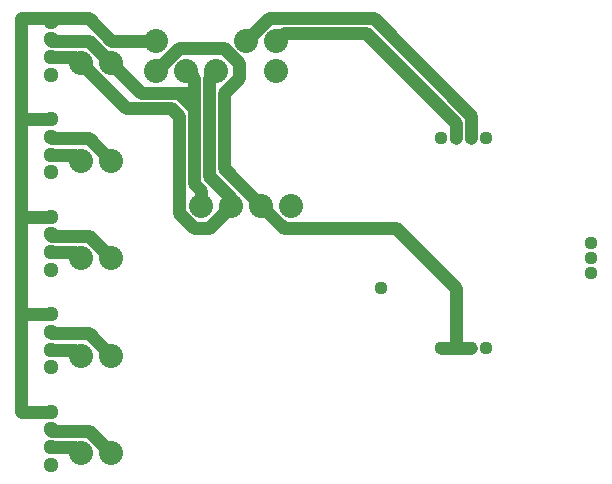
<source format=gbr>
G04 EAGLE Gerber RS-274X export*
G75*
%MOMM*%
%FSLAX34Y34*%
%LPD*%
%INBottom Copper*%
%IPPOS*%
%AMOC8*
5,1,8,0,0,1.08239X$1,22.5*%
G01*
%ADD10C,1.295400*%
%ADD11C,1.117600*%
%ADD12C,2.032000*%
%ADD13C,1.117600*%


D10*
X-368300Y157600D03*
X-368300Y172600D03*
X-368300Y142600D03*
X-368300Y187600D03*
X-368300Y75050D03*
X-368300Y90050D03*
X-368300Y60050D03*
X-368300Y105050D03*
X-368300Y-7500D03*
X-368300Y7500D03*
X-368300Y-22500D03*
X-368300Y22500D03*
X-368300Y-90050D03*
X-368300Y-75050D03*
X-368300Y-105050D03*
X-368300Y-60050D03*
X-368300Y-172600D03*
X-368300Y-157600D03*
X-368300Y-187600D03*
X-368300Y-142600D03*
D11*
X-38100Y88900D03*
X-25400Y88900D03*
X-12700Y88900D03*
X0Y88900D03*
X88900Y-25400D03*
X88900Y-12700D03*
X88900Y0D03*
X-88900Y-38100D03*
X-38100Y-88900D03*
X-12700Y-88900D03*
X0Y-88900D03*
D12*
X-215900Y31750D03*
X-190500Y31750D03*
X-241300Y31750D03*
X-165100Y31750D03*
D13*
X-368300Y187600D02*
X-371200Y190500D01*
X-393700Y190500D01*
X-393700Y105050D01*
X-393700Y22500D01*
X-393700Y-60050D01*
X-393700Y-142600D01*
X-368300Y-142600D01*
X-368300Y-60050D02*
X-393700Y-60050D01*
X-393700Y22500D02*
X-368300Y22500D01*
X-368300Y105050D02*
X-393700Y105050D01*
X-368300Y187600D02*
X-365400Y190500D01*
X-371200Y190500D01*
D12*
X-279400Y171450D03*
D13*
X-317500Y171450D01*
X-336550Y190500D01*
X-365400Y190500D01*
X-336550Y88900D02*
X-317500Y69850D01*
X-336550Y88900D02*
X-368300Y88900D01*
X-368300Y90050D01*
D12*
X-317500Y69850D03*
D13*
X-336550Y171450D02*
X-368300Y171450D01*
X-336550Y171450D02*
X-317500Y152400D01*
X-368300Y171450D02*
X-368300Y172600D01*
D12*
X-317500Y152400D03*
D13*
X-336550Y6350D02*
X-368300Y6350D01*
X-336550Y6350D02*
X-317500Y-12700D01*
X-368300Y6350D02*
X-368300Y7500D01*
D12*
X-317500Y-12700D03*
D13*
X-368300Y-75050D02*
X-368300Y-76200D01*
X-336550Y-76200D02*
X-317500Y-95250D01*
X-336550Y-76200D02*
X-368300Y-76200D01*
D12*
X-317500Y-95250D03*
D13*
X-368300Y-157600D02*
X-368300Y-158750D01*
X-336550Y-158750D01*
X-317500Y-177800D01*
D12*
X-317500Y-177800D03*
X-254000Y146050D03*
D13*
X-241300Y44450D02*
X-241300Y31750D01*
X-241300Y44450D02*
X-247650Y50800D01*
X-247650Y114300D01*
X-247650Y127000D01*
X-247650Y139700D01*
X-254000Y146050D01*
X-247650Y127000D02*
X-260350Y127000D01*
X-292100Y127000D01*
X-317500Y152400D01*
X-260350Y127000D02*
X-247650Y114300D01*
X-348100Y75050D02*
X-368300Y75050D01*
X-348100Y75050D02*
X-342900Y69850D01*
D12*
X-342900Y69850D03*
D13*
X-348100Y157600D02*
X-368300Y157600D01*
D12*
X-342900Y152400D03*
D13*
X-348100Y-7500D02*
X-368300Y-7500D01*
X-348100Y-7500D02*
X-342900Y-12700D01*
D12*
X-342900Y-12700D03*
D13*
X-348100Y-90050D02*
X-368300Y-90050D01*
X-348100Y-90050D02*
X-342900Y-95250D01*
D12*
X-342900Y-95250D03*
D13*
X-348100Y-172600D02*
X-368300Y-172600D01*
X-348100Y-172600D02*
X-342900Y-177800D01*
D12*
X-342900Y-177800D03*
X-228600Y146050D03*
D13*
X-342900Y152400D02*
X-348100Y157600D01*
X-215900Y31750D02*
X-234950Y12700D01*
X-247650Y12700D02*
X-260350Y25400D01*
X-247650Y12700D02*
X-234950Y12700D01*
X-215900Y31750D02*
X-215900Y38100D01*
X-234950Y57150D01*
X-234950Y139700D02*
X-228600Y146050D01*
X-234950Y139700D02*
X-234950Y57150D01*
X-266700Y114300D02*
X-304800Y114300D01*
X-260350Y107950D02*
X-260350Y25400D01*
X-304800Y114300D02*
X-342900Y152400D01*
X-266700Y114300D02*
X-260350Y107950D01*
D12*
X-177800Y146050D03*
D13*
X-25400Y-88900D02*
X-12700Y-88900D01*
D12*
X-279400Y146050D03*
D13*
X-38100Y-88900D02*
X-25400Y-88900D01*
X-279400Y146050D02*
X-260350Y165100D01*
X-222250Y165100D01*
X-209550Y152400D01*
X-222250Y127000D02*
X-222250Y63500D01*
X-222250Y127000D02*
X-209550Y139700D01*
X-209550Y152400D01*
X-222250Y63500D02*
X-190500Y31750D01*
X-25400Y-38100D02*
X-25400Y-88900D01*
X-171450Y12700D02*
X-190500Y31750D01*
X-171450Y12700D02*
X-76200Y12700D01*
X-25400Y-38100D01*
D12*
X-203200Y171450D03*
D13*
X-12700Y107950D02*
X-12700Y88900D01*
X-95250Y190500D02*
X-184150Y190500D01*
X-203200Y171450D01*
X-95250Y190500D02*
X-12700Y107950D01*
D12*
X-177800Y171450D03*
D13*
X-25400Y101600D02*
X-25400Y88900D01*
X-101600Y177800D02*
X-171450Y177800D01*
X-177800Y171450D01*
X-101600Y177800D02*
X-25400Y101600D01*
M02*

</source>
